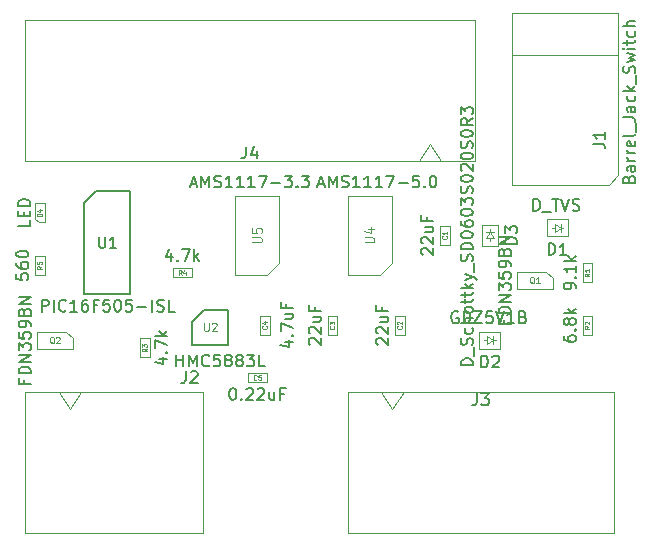
<source format=gbr>
G04 #@! TF.GenerationSoftware,KiCad,Pcbnew,(5.0.2)-1*
G04 #@! TF.CreationDate,2019-04-27T09:30:47+05:30*
G04 #@! TF.ProjectId,parking_sense_1,7061726b-696e-4675-9f73-656e73655f31,rev?*
G04 #@! TF.SameCoordinates,Original*
G04 #@! TF.FileFunction,Other,Fab,Top*
%FSLAX46Y46*%
G04 Gerber Fmt 4.6, Leading zero omitted, Abs format (unit mm)*
G04 Created by KiCad (PCBNEW (5.0.2)-1) date 04/27/19 09:30:47*
%MOMM*%
%LPD*%
G01*
G04 APERTURE LIST*
%ADD10C,0.100000*%
%ADD11C,0.150000*%
%ADD12C,0.075000*%
%ADD13C,0.060000*%
%ADD14C,0.105000*%
%ADD15C,0.135000*%
%ADD16C,0.120000*%
G04 APERTURE END LIST*
D10*
G04 #@! TO.C,D1*
X81545000Y-47690000D02*
X79745000Y-47690000D01*
X79745000Y-47690000D02*
X79745000Y-46290000D01*
X79745000Y-46290000D02*
X81545000Y-46290000D01*
X81545000Y-46290000D02*
X81545000Y-47690000D01*
X80945000Y-47340000D02*
X80945000Y-46640000D01*
X80945000Y-46990000D02*
X81145000Y-46990000D01*
X80945000Y-46990000D02*
X80445000Y-47340000D01*
X80445000Y-47340000D02*
X80445000Y-46640000D01*
X80445000Y-46640000D02*
X80945000Y-46990000D01*
X80445000Y-46990000D02*
X80195000Y-46990000D01*
G04 #@! TO.C,D3*
X75630000Y-46725000D02*
X75630000Y-48525000D01*
X75630000Y-48525000D02*
X74230000Y-48525000D01*
X74230000Y-48525000D02*
X74230000Y-46725000D01*
X74230000Y-46725000D02*
X75630000Y-46725000D01*
X75280000Y-47325000D02*
X74580000Y-47325000D01*
X74930000Y-47325000D02*
X74930000Y-47125000D01*
X74930000Y-47325000D02*
X75280000Y-47825000D01*
X75280000Y-47825000D02*
X74580000Y-47825000D01*
X74580000Y-47825000D02*
X74930000Y-47325000D01*
X74930000Y-47825000D02*
X74930000Y-48075000D01*
G04 #@! TO.C,J3*
X66675000Y-62365000D02*
X65725000Y-60865000D01*
X67625000Y-60865000D02*
X66675000Y-62365000D01*
X85425000Y-60865000D02*
X62925000Y-60865000D01*
X85425000Y-72865000D02*
X85425000Y-60865000D01*
X62925000Y-72865000D02*
X85425000Y-72865000D01*
X62925000Y-60865000D02*
X62925000Y-72865000D01*
G04 #@! TO.C,D2*
X74730000Y-56515000D02*
X74480000Y-56515000D01*
X74730000Y-56165000D02*
X75230000Y-56515000D01*
X74730000Y-56865000D02*
X74730000Y-56165000D01*
X75230000Y-56515000D02*
X74730000Y-56865000D01*
X75230000Y-56515000D02*
X75430000Y-56515000D01*
X75230000Y-56865000D02*
X75230000Y-56165000D01*
X75830000Y-55815000D02*
X75830000Y-57215000D01*
X74030000Y-55815000D02*
X75830000Y-55815000D01*
X74030000Y-57215000D02*
X74030000Y-55815000D01*
X75830000Y-57215000D02*
X74030000Y-57215000D01*
G04 #@! TO.C,Q2*
X36580000Y-55815000D02*
X36580000Y-57215000D01*
X39620000Y-57215000D02*
X36580000Y-57215000D01*
X39050000Y-55815000D02*
X39620000Y-56365000D01*
X39620000Y-56365000D02*
X39620000Y-57215000D01*
X39050000Y-55815000D02*
X36600000Y-55815000D01*
G04 #@! TO.C,Q1*
X79690000Y-50735000D02*
X77240000Y-50735000D01*
X80260000Y-51285000D02*
X80260000Y-52135000D01*
X79690000Y-50735000D02*
X80260000Y-51285000D01*
X80260000Y-52135000D02*
X77220000Y-52135000D01*
X77220000Y-50735000D02*
X77220000Y-52135000D01*
G04 #@! TO.C,C1*
X70720000Y-46825000D02*
X71520000Y-46825000D01*
X71520000Y-46825000D02*
X71520000Y-48425000D01*
X71520000Y-48425000D02*
X70720000Y-48425000D01*
X70720000Y-48425000D02*
X70720000Y-46825000D01*
G04 #@! TO.C,C2*
X66910000Y-56045000D02*
X66910000Y-54445000D01*
X67710000Y-56045000D02*
X66910000Y-56045000D01*
X67710000Y-54445000D02*
X67710000Y-56045000D01*
X66910000Y-54445000D02*
X67710000Y-54445000D01*
G04 #@! TO.C,C3*
X61195000Y-54445000D02*
X61995000Y-54445000D01*
X61995000Y-54445000D02*
X61995000Y-56045000D01*
X61995000Y-56045000D02*
X61195000Y-56045000D01*
X61195000Y-56045000D02*
X61195000Y-54445000D01*
G04 #@! TO.C,C4*
X56280000Y-54445000D02*
X56280000Y-56045000D01*
X55480000Y-54445000D02*
X56280000Y-54445000D01*
X55480000Y-56045000D02*
X55480000Y-54445000D01*
X56280000Y-56045000D02*
X55480000Y-56045000D01*
G04 #@! TO.C,C5*
X54445000Y-60090000D02*
X54445000Y-59290000D01*
X54445000Y-59290000D02*
X56045000Y-59290000D01*
X56045000Y-59290000D02*
X56045000Y-60090000D01*
X56045000Y-60090000D02*
X54445000Y-60090000D01*
G04 #@! TO.C,J1*
X85785425Y-42541787D02*
X85030000Y-43345000D01*
X85780000Y-32345000D02*
X76780000Y-32345000D01*
X85780000Y-28845000D02*
X76780000Y-28845000D01*
X76780000Y-28845000D02*
X76780000Y-43345000D01*
X76780000Y-43345000D02*
X85030000Y-43345000D01*
X85780000Y-42545000D02*
X85780000Y-28845000D01*
G04 #@! TO.C,J2*
X35620000Y-60865000D02*
X35620000Y-72865000D01*
X35620000Y-72865000D02*
X50620000Y-72865000D01*
X50620000Y-72865000D02*
X50620000Y-60865000D01*
X50620000Y-60865000D02*
X35620000Y-60865000D01*
X40320000Y-60865000D02*
X39370000Y-62365000D01*
X39370000Y-62365000D02*
X38420000Y-60865000D01*
G04 #@! TO.C,J4*
X73660000Y-41370000D02*
X73660000Y-29370000D01*
X73660000Y-29370000D02*
X35560000Y-29370000D01*
X35560000Y-29370000D02*
X35560000Y-41370000D01*
X35560000Y-41370000D02*
X73660000Y-41370000D01*
X68900000Y-41370000D02*
X69850000Y-39870000D01*
X69850000Y-39870000D02*
X70800000Y-41370000D01*
G04 #@! TO.C,D4*
X36430000Y-44920000D02*
X36430000Y-46220000D01*
X36430000Y-46220000D02*
X36730000Y-46520000D01*
X36730000Y-46520000D02*
X37230000Y-46520000D01*
X37230000Y-46520000D02*
X37230000Y-44920000D01*
X37230000Y-44920000D02*
X36430000Y-44920000D01*
D11*
G04 #@! TO.C,U2*
X50750000Y-53930000D02*
X52750000Y-53930000D01*
X52750000Y-53930000D02*
X52750000Y-56930000D01*
X52750000Y-56930000D02*
X49750000Y-56930000D01*
X49750000Y-56930000D02*
X49750000Y-54930000D01*
X49750000Y-54930000D02*
X50750000Y-53930000D01*
G04 #@! TO.C,U1*
X41595000Y-43910000D02*
X44495000Y-43910000D01*
X44495000Y-43910000D02*
X44495000Y-52610000D01*
X44495000Y-52610000D02*
X40595000Y-52610000D01*
X40595000Y-52610000D02*
X40595000Y-44910000D01*
X40595000Y-44910000D02*
X41595000Y-43910000D01*
D10*
G04 #@! TO.C,U4*
X62920000Y-50975000D02*
X62920000Y-44275000D01*
X66620000Y-44275000D02*
X62920000Y-44275000D01*
X65620000Y-50975000D02*
X62920000Y-50975000D01*
X66620000Y-49975000D02*
X66620000Y-44275000D01*
X66620000Y-49975000D02*
X65620000Y-50975000D01*
G04 #@! TO.C,U5*
X57095000Y-49975000D02*
X56095000Y-50975000D01*
X57095000Y-49975000D02*
X57095000Y-44275000D01*
X56095000Y-50975000D02*
X53395000Y-50975000D01*
X57095000Y-44275000D02*
X53395000Y-44275000D01*
X53395000Y-50975000D02*
X53395000Y-44275000D01*
G04 #@! TO.C,R1*
X82785000Y-50000000D02*
X83585000Y-50000000D01*
X83585000Y-50000000D02*
X83585000Y-51600000D01*
X83585000Y-51600000D02*
X82785000Y-51600000D01*
X82785000Y-51600000D02*
X82785000Y-50000000D01*
G04 #@! TO.C,R2*
X82785000Y-56045000D02*
X82785000Y-54445000D01*
X83585000Y-56045000D02*
X82785000Y-56045000D01*
X83585000Y-54445000D02*
X83585000Y-56045000D01*
X82785000Y-54445000D02*
X83585000Y-54445000D01*
G04 #@! TO.C,R3*
X46120000Y-57950000D02*
X45320000Y-57950000D01*
X45320000Y-57950000D02*
X45320000Y-56350000D01*
X45320000Y-56350000D02*
X46120000Y-56350000D01*
X46120000Y-56350000D02*
X46120000Y-57950000D01*
G04 #@! TO.C,R4*
X48095000Y-50400000D02*
X49695000Y-50400000D01*
X48095000Y-51200000D02*
X48095000Y-50400000D01*
X49695000Y-51200000D02*
X48095000Y-51200000D01*
X49695000Y-50400000D02*
X49695000Y-51200000D01*
G04 #@! TO.C,R5*
X36430000Y-49365000D02*
X37230000Y-49365000D01*
X37230000Y-49365000D02*
X37230000Y-50965000D01*
X37230000Y-50965000D02*
X36430000Y-50965000D01*
X36430000Y-50965000D02*
X36430000Y-49365000D01*
G04 #@! TD*
G04 #@! TO.C,D1*
D11*
X78616428Y-45542380D02*
X78616428Y-44542380D01*
X78854523Y-44542380D01*
X78997380Y-44590000D01*
X79092619Y-44685238D01*
X79140238Y-44780476D01*
X79187857Y-44970952D01*
X79187857Y-45113809D01*
X79140238Y-45304285D01*
X79092619Y-45399523D01*
X78997380Y-45494761D01*
X78854523Y-45542380D01*
X78616428Y-45542380D01*
X79378333Y-45637619D02*
X80140238Y-45637619D01*
X80235476Y-44542380D02*
X80806904Y-44542380D01*
X80521190Y-45542380D02*
X80521190Y-44542380D01*
X80997380Y-44542380D02*
X81330714Y-45542380D01*
X81664047Y-44542380D01*
X81949761Y-45494761D02*
X82092619Y-45542380D01*
X82330714Y-45542380D01*
X82425952Y-45494761D01*
X82473571Y-45447142D01*
X82521190Y-45351904D01*
X82521190Y-45256666D01*
X82473571Y-45161428D01*
X82425952Y-45113809D01*
X82330714Y-45066190D01*
X82140238Y-45018571D01*
X82045000Y-44970952D01*
X81997380Y-44923333D01*
X81949761Y-44828095D01*
X81949761Y-44732857D01*
X81997380Y-44637619D01*
X82045000Y-44590000D01*
X82140238Y-44542380D01*
X82378333Y-44542380D01*
X82521190Y-44590000D01*
X79906904Y-49292380D02*
X79906904Y-48292380D01*
X80145000Y-48292380D01*
X80287857Y-48340000D01*
X80383095Y-48435238D01*
X80430714Y-48530476D01*
X80478333Y-48720952D01*
X80478333Y-48863809D01*
X80430714Y-49054285D01*
X80383095Y-49149523D01*
X80287857Y-49244761D01*
X80145000Y-49292380D01*
X79906904Y-49292380D01*
X81430714Y-49292380D02*
X80859285Y-49292380D01*
X81145000Y-49292380D02*
X81145000Y-48292380D01*
X81049761Y-48435238D01*
X80954523Y-48530476D01*
X80859285Y-48578095D01*
G04 #@! TO.C,D3*
X73482380Y-58629761D02*
X72482380Y-58629761D01*
X72482380Y-58391666D01*
X72530000Y-58248809D01*
X72625238Y-58153571D01*
X72720476Y-58105952D01*
X72910952Y-58058333D01*
X73053809Y-58058333D01*
X73244285Y-58105952D01*
X73339523Y-58153571D01*
X73434761Y-58248809D01*
X73482380Y-58391666D01*
X73482380Y-58629761D01*
X73577619Y-57867857D02*
X73577619Y-57105952D01*
X73434761Y-56915476D02*
X73482380Y-56772619D01*
X73482380Y-56534523D01*
X73434761Y-56439285D01*
X73387142Y-56391666D01*
X73291904Y-56344047D01*
X73196666Y-56344047D01*
X73101428Y-56391666D01*
X73053809Y-56439285D01*
X73006190Y-56534523D01*
X72958571Y-56725000D01*
X72910952Y-56820238D01*
X72863333Y-56867857D01*
X72768095Y-56915476D01*
X72672857Y-56915476D01*
X72577619Y-56867857D01*
X72530000Y-56820238D01*
X72482380Y-56725000D01*
X72482380Y-56486904D01*
X72530000Y-56344047D01*
X73434761Y-55486904D02*
X73482380Y-55582142D01*
X73482380Y-55772619D01*
X73434761Y-55867857D01*
X73387142Y-55915476D01*
X73291904Y-55963095D01*
X73006190Y-55963095D01*
X72910952Y-55915476D01*
X72863333Y-55867857D01*
X72815714Y-55772619D01*
X72815714Y-55582142D01*
X72863333Y-55486904D01*
X73482380Y-55058333D02*
X72482380Y-55058333D01*
X73482380Y-54629761D02*
X72958571Y-54629761D01*
X72863333Y-54677380D01*
X72815714Y-54772619D01*
X72815714Y-54915476D01*
X72863333Y-55010714D01*
X72910952Y-55058333D01*
X73482380Y-54010714D02*
X73434761Y-54105952D01*
X73387142Y-54153571D01*
X73291904Y-54201190D01*
X73006190Y-54201190D01*
X72910952Y-54153571D01*
X72863333Y-54105952D01*
X72815714Y-54010714D01*
X72815714Y-53867857D01*
X72863333Y-53772619D01*
X72910952Y-53725000D01*
X73006190Y-53677380D01*
X73291904Y-53677380D01*
X73387142Y-53725000D01*
X73434761Y-53772619D01*
X73482380Y-53867857D01*
X73482380Y-54010714D01*
X72815714Y-53391666D02*
X72815714Y-53010714D01*
X72482380Y-53248809D02*
X73339523Y-53248809D01*
X73434761Y-53201190D01*
X73482380Y-53105952D01*
X73482380Y-53010714D01*
X72815714Y-52820238D02*
X72815714Y-52439285D01*
X72482380Y-52677380D02*
X73339523Y-52677380D01*
X73434761Y-52629761D01*
X73482380Y-52534523D01*
X73482380Y-52439285D01*
X73482380Y-52105952D02*
X72482380Y-52105952D01*
X73101428Y-52010714D02*
X73482380Y-51725000D01*
X72815714Y-51725000D02*
X73196666Y-52105952D01*
X72815714Y-51391666D02*
X73482380Y-51153571D01*
X72815714Y-50915476D02*
X73482380Y-51153571D01*
X73720476Y-51248809D01*
X73768095Y-51296428D01*
X73815714Y-51391666D01*
X73577619Y-50772619D02*
X73577619Y-50010714D01*
X73434761Y-49820238D02*
X73482380Y-49677380D01*
X73482380Y-49439285D01*
X73434761Y-49344047D01*
X73387142Y-49296428D01*
X73291904Y-49248809D01*
X73196666Y-49248809D01*
X73101428Y-49296428D01*
X73053809Y-49344047D01*
X73006190Y-49439285D01*
X72958571Y-49629761D01*
X72910952Y-49725000D01*
X72863333Y-49772619D01*
X72768095Y-49820238D01*
X72672857Y-49820238D01*
X72577619Y-49772619D01*
X72530000Y-49725000D01*
X72482380Y-49629761D01*
X72482380Y-49391666D01*
X72530000Y-49248809D01*
X73482380Y-48820238D02*
X72482380Y-48820238D01*
X72482380Y-48582142D01*
X72530000Y-48439285D01*
X72625238Y-48344047D01*
X72720476Y-48296428D01*
X72910952Y-48248809D01*
X73053809Y-48248809D01*
X73244285Y-48296428D01*
X73339523Y-48344047D01*
X73434761Y-48439285D01*
X73482380Y-48582142D01*
X73482380Y-48820238D01*
X72482380Y-47629761D02*
X72482380Y-47534523D01*
X72530000Y-47439285D01*
X72577619Y-47391666D01*
X72672857Y-47344047D01*
X72863333Y-47296428D01*
X73101428Y-47296428D01*
X73291904Y-47344047D01*
X73387142Y-47391666D01*
X73434761Y-47439285D01*
X73482380Y-47534523D01*
X73482380Y-47629761D01*
X73434761Y-47725000D01*
X73387142Y-47772619D01*
X73291904Y-47820238D01*
X73101428Y-47867857D01*
X72863333Y-47867857D01*
X72672857Y-47820238D01*
X72577619Y-47772619D01*
X72530000Y-47725000D01*
X72482380Y-47629761D01*
X72482380Y-46439285D02*
X72482380Y-46629761D01*
X72530000Y-46725000D01*
X72577619Y-46772619D01*
X72720476Y-46867857D01*
X72910952Y-46915476D01*
X73291904Y-46915476D01*
X73387142Y-46867857D01*
X73434761Y-46820238D01*
X73482380Y-46725000D01*
X73482380Y-46534523D01*
X73434761Y-46439285D01*
X73387142Y-46391666D01*
X73291904Y-46344047D01*
X73053809Y-46344047D01*
X72958571Y-46391666D01*
X72910952Y-46439285D01*
X72863333Y-46534523D01*
X72863333Y-46725000D01*
X72910952Y-46820238D01*
X72958571Y-46867857D01*
X73053809Y-46915476D01*
X72482380Y-45725000D02*
X72482380Y-45629761D01*
X72530000Y-45534523D01*
X72577619Y-45486904D01*
X72672857Y-45439285D01*
X72863333Y-45391666D01*
X73101428Y-45391666D01*
X73291904Y-45439285D01*
X73387142Y-45486904D01*
X73434761Y-45534523D01*
X73482380Y-45629761D01*
X73482380Y-45725000D01*
X73434761Y-45820238D01*
X73387142Y-45867857D01*
X73291904Y-45915476D01*
X73101428Y-45963095D01*
X72863333Y-45963095D01*
X72672857Y-45915476D01*
X72577619Y-45867857D01*
X72530000Y-45820238D01*
X72482380Y-45725000D01*
X72482380Y-45058333D02*
X72482380Y-44439285D01*
X72863333Y-44772619D01*
X72863333Y-44629761D01*
X72910952Y-44534523D01*
X72958571Y-44486904D01*
X73053809Y-44439285D01*
X73291904Y-44439285D01*
X73387142Y-44486904D01*
X73434761Y-44534523D01*
X73482380Y-44629761D01*
X73482380Y-44915476D01*
X73434761Y-45010714D01*
X73387142Y-45058333D01*
X73434761Y-44058333D02*
X73482380Y-43915476D01*
X73482380Y-43677380D01*
X73434761Y-43582142D01*
X73387142Y-43534523D01*
X73291904Y-43486904D01*
X73196666Y-43486904D01*
X73101428Y-43534523D01*
X73053809Y-43582142D01*
X73006190Y-43677380D01*
X72958571Y-43867857D01*
X72910952Y-43963095D01*
X72863333Y-44010714D01*
X72768095Y-44058333D01*
X72672857Y-44058333D01*
X72577619Y-44010714D01*
X72530000Y-43963095D01*
X72482380Y-43867857D01*
X72482380Y-43629761D01*
X72530000Y-43486904D01*
X72482380Y-42867857D02*
X72482380Y-42772619D01*
X72530000Y-42677380D01*
X72577619Y-42629761D01*
X72672857Y-42582142D01*
X72863333Y-42534523D01*
X73101428Y-42534523D01*
X73291904Y-42582142D01*
X73387142Y-42629761D01*
X73434761Y-42677380D01*
X73482380Y-42772619D01*
X73482380Y-42867857D01*
X73434761Y-42963095D01*
X73387142Y-43010714D01*
X73291904Y-43058333D01*
X73101428Y-43105952D01*
X72863333Y-43105952D01*
X72672857Y-43058333D01*
X72577619Y-43010714D01*
X72530000Y-42963095D01*
X72482380Y-42867857D01*
X72577619Y-42153571D02*
X72530000Y-42105952D01*
X72482380Y-42010714D01*
X72482380Y-41772619D01*
X72530000Y-41677380D01*
X72577619Y-41629761D01*
X72672857Y-41582142D01*
X72768095Y-41582142D01*
X72910952Y-41629761D01*
X73482380Y-42201190D01*
X73482380Y-41582142D01*
X72482380Y-40963095D02*
X72482380Y-40867857D01*
X72530000Y-40772619D01*
X72577619Y-40725000D01*
X72672857Y-40677380D01*
X72863333Y-40629761D01*
X73101428Y-40629761D01*
X73291904Y-40677380D01*
X73387142Y-40725000D01*
X73434761Y-40772619D01*
X73482380Y-40867857D01*
X73482380Y-40963095D01*
X73434761Y-41058333D01*
X73387142Y-41105952D01*
X73291904Y-41153571D01*
X73101428Y-41201190D01*
X72863333Y-41201190D01*
X72672857Y-41153571D01*
X72577619Y-41105952D01*
X72530000Y-41058333D01*
X72482380Y-40963095D01*
X73434761Y-40248809D02*
X73482380Y-40105952D01*
X73482380Y-39867857D01*
X73434761Y-39772619D01*
X73387142Y-39725000D01*
X73291904Y-39677380D01*
X73196666Y-39677380D01*
X73101428Y-39725000D01*
X73053809Y-39772619D01*
X73006190Y-39867857D01*
X72958571Y-40058333D01*
X72910952Y-40153571D01*
X72863333Y-40201190D01*
X72768095Y-40248809D01*
X72672857Y-40248809D01*
X72577619Y-40201190D01*
X72530000Y-40153571D01*
X72482380Y-40058333D01*
X72482380Y-39820238D01*
X72530000Y-39677380D01*
X72482380Y-39058333D02*
X72482380Y-38963095D01*
X72530000Y-38867857D01*
X72577619Y-38820238D01*
X72672857Y-38772619D01*
X72863333Y-38725000D01*
X73101428Y-38725000D01*
X73291904Y-38772619D01*
X73387142Y-38820238D01*
X73434761Y-38867857D01*
X73482380Y-38963095D01*
X73482380Y-39058333D01*
X73434761Y-39153571D01*
X73387142Y-39201190D01*
X73291904Y-39248809D01*
X73101428Y-39296428D01*
X72863333Y-39296428D01*
X72672857Y-39248809D01*
X72577619Y-39201190D01*
X72530000Y-39153571D01*
X72482380Y-39058333D01*
X73482380Y-37725000D02*
X73006190Y-38058333D01*
X73482380Y-38296428D02*
X72482380Y-38296428D01*
X72482380Y-37915476D01*
X72530000Y-37820238D01*
X72577619Y-37772619D01*
X72672857Y-37725000D01*
X72815714Y-37725000D01*
X72910952Y-37772619D01*
X72958571Y-37820238D01*
X73006190Y-37915476D01*
X73006190Y-38296428D01*
X72482380Y-37391666D02*
X72482380Y-36772619D01*
X72863333Y-37105952D01*
X72863333Y-36963095D01*
X72910952Y-36867857D01*
X72958571Y-36820238D01*
X73053809Y-36772619D01*
X73291904Y-36772619D01*
X73387142Y-36820238D01*
X73434761Y-36867857D01*
X73482380Y-36963095D01*
X73482380Y-37248809D01*
X73434761Y-37344047D01*
X73387142Y-37391666D01*
X77232380Y-48363095D02*
X76232380Y-48363095D01*
X76232380Y-48125000D01*
X76280000Y-47982142D01*
X76375238Y-47886904D01*
X76470476Y-47839285D01*
X76660952Y-47791666D01*
X76803809Y-47791666D01*
X76994285Y-47839285D01*
X77089523Y-47886904D01*
X77184761Y-47982142D01*
X77232380Y-48125000D01*
X77232380Y-48363095D01*
X76232380Y-47458333D02*
X76232380Y-46839285D01*
X76613333Y-47172619D01*
X76613333Y-47029761D01*
X76660952Y-46934523D01*
X76708571Y-46886904D01*
X76803809Y-46839285D01*
X77041904Y-46839285D01*
X77137142Y-46886904D01*
X77184761Y-46934523D01*
X77232380Y-47029761D01*
X77232380Y-47315476D01*
X77184761Y-47410714D01*
X77137142Y-47458333D01*
G04 #@! TO.C,J3*
X73841666Y-61017380D02*
X73841666Y-61731666D01*
X73794047Y-61874523D01*
X73698809Y-61969761D01*
X73555952Y-62017380D01*
X73460714Y-62017380D01*
X74222619Y-61017380D02*
X74841666Y-61017380D01*
X74508333Y-61398333D01*
X74651190Y-61398333D01*
X74746428Y-61445952D01*
X74794047Y-61493571D01*
X74841666Y-61588809D01*
X74841666Y-61826904D01*
X74794047Y-61922142D01*
X74746428Y-61969761D01*
X74651190Y-62017380D01*
X74365476Y-62017380D01*
X74270238Y-61969761D01*
X74222619Y-61922142D01*
G04 #@! TO.C,D2*
X72234761Y-54115000D02*
X72139523Y-54067380D01*
X71996666Y-54067380D01*
X71853809Y-54115000D01*
X71758571Y-54210238D01*
X71710952Y-54305476D01*
X71663333Y-54495952D01*
X71663333Y-54638809D01*
X71710952Y-54829285D01*
X71758571Y-54924523D01*
X71853809Y-55019761D01*
X71996666Y-55067380D01*
X72091904Y-55067380D01*
X72234761Y-55019761D01*
X72282380Y-54972142D01*
X72282380Y-54638809D01*
X72091904Y-54638809D01*
X72710952Y-55067380D02*
X72710952Y-54067380D01*
X72949047Y-54067380D01*
X73091904Y-54115000D01*
X73187142Y-54210238D01*
X73234761Y-54305476D01*
X73282380Y-54495952D01*
X73282380Y-54638809D01*
X73234761Y-54829285D01*
X73187142Y-54924523D01*
X73091904Y-55019761D01*
X72949047Y-55067380D01*
X72710952Y-55067380D01*
X73615714Y-54067380D02*
X74282380Y-54067380D01*
X73615714Y-55067380D01*
X74282380Y-55067380D01*
X75139523Y-54067380D02*
X74663333Y-54067380D01*
X74615714Y-54543571D01*
X74663333Y-54495952D01*
X74758571Y-54448333D01*
X74996666Y-54448333D01*
X75091904Y-54495952D01*
X75139523Y-54543571D01*
X75187142Y-54638809D01*
X75187142Y-54876904D01*
X75139523Y-54972142D01*
X75091904Y-55019761D01*
X74996666Y-55067380D01*
X74758571Y-55067380D01*
X74663333Y-55019761D01*
X74615714Y-54972142D01*
X75472857Y-54067380D02*
X75806190Y-55067380D01*
X76139523Y-54067380D01*
X76996666Y-55067380D02*
X76425238Y-55067380D01*
X76710952Y-55067380D02*
X76710952Y-54067380D01*
X76615714Y-54210238D01*
X76520476Y-54305476D01*
X76425238Y-54353095D01*
X77758571Y-54543571D02*
X77901428Y-54591190D01*
X77949047Y-54638809D01*
X77996666Y-54734047D01*
X77996666Y-54876904D01*
X77949047Y-54972142D01*
X77901428Y-55019761D01*
X77806190Y-55067380D01*
X77425238Y-55067380D01*
X77425238Y-54067380D01*
X77758571Y-54067380D01*
X77853809Y-54115000D01*
X77901428Y-54162619D01*
X77949047Y-54257857D01*
X77949047Y-54353095D01*
X77901428Y-54448333D01*
X77853809Y-54495952D01*
X77758571Y-54543571D01*
X77425238Y-54543571D01*
X74191904Y-58817380D02*
X74191904Y-57817380D01*
X74430000Y-57817380D01*
X74572857Y-57865000D01*
X74668095Y-57960238D01*
X74715714Y-58055476D01*
X74763333Y-58245952D01*
X74763333Y-58388809D01*
X74715714Y-58579285D01*
X74668095Y-58674523D01*
X74572857Y-58769761D01*
X74430000Y-58817380D01*
X74191904Y-58817380D01*
X75144285Y-57912619D02*
X75191904Y-57865000D01*
X75287142Y-57817380D01*
X75525238Y-57817380D01*
X75620476Y-57865000D01*
X75668095Y-57912619D01*
X75715714Y-58007857D01*
X75715714Y-58103095D01*
X75668095Y-58245952D01*
X75096666Y-58817380D01*
X75715714Y-58817380D01*
G04 #@! TO.C,Q2*
X35528571Y-59848333D02*
X35528571Y-60181666D01*
X36052380Y-60181666D02*
X35052380Y-60181666D01*
X35052380Y-59705476D01*
X36052380Y-59324523D02*
X35052380Y-59324523D01*
X35052380Y-59086428D01*
X35100000Y-58943571D01*
X35195238Y-58848333D01*
X35290476Y-58800714D01*
X35480952Y-58753095D01*
X35623809Y-58753095D01*
X35814285Y-58800714D01*
X35909523Y-58848333D01*
X36004761Y-58943571D01*
X36052380Y-59086428D01*
X36052380Y-59324523D01*
X36052380Y-58324523D02*
X35052380Y-58324523D01*
X36052380Y-57753095D01*
X35052380Y-57753095D01*
X35052380Y-57372142D02*
X35052380Y-56753095D01*
X35433333Y-57086428D01*
X35433333Y-56943571D01*
X35480952Y-56848333D01*
X35528571Y-56800714D01*
X35623809Y-56753095D01*
X35861904Y-56753095D01*
X35957142Y-56800714D01*
X36004761Y-56848333D01*
X36052380Y-56943571D01*
X36052380Y-57229285D01*
X36004761Y-57324523D01*
X35957142Y-57372142D01*
X35052380Y-55848333D02*
X35052380Y-56324523D01*
X35528571Y-56372142D01*
X35480952Y-56324523D01*
X35433333Y-56229285D01*
X35433333Y-55991190D01*
X35480952Y-55895952D01*
X35528571Y-55848333D01*
X35623809Y-55800714D01*
X35861904Y-55800714D01*
X35957142Y-55848333D01*
X36004761Y-55895952D01*
X36052380Y-55991190D01*
X36052380Y-56229285D01*
X36004761Y-56324523D01*
X35957142Y-56372142D01*
X36052380Y-55324523D02*
X36052380Y-55134047D01*
X36004761Y-55038809D01*
X35957142Y-54991190D01*
X35814285Y-54895952D01*
X35623809Y-54848333D01*
X35242857Y-54848333D01*
X35147619Y-54895952D01*
X35100000Y-54943571D01*
X35052380Y-55038809D01*
X35052380Y-55229285D01*
X35100000Y-55324523D01*
X35147619Y-55372142D01*
X35242857Y-55419761D01*
X35480952Y-55419761D01*
X35576190Y-55372142D01*
X35623809Y-55324523D01*
X35671428Y-55229285D01*
X35671428Y-55038809D01*
X35623809Y-54943571D01*
X35576190Y-54895952D01*
X35480952Y-54848333D01*
X35528571Y-54086428D02*
X35576190Y-53943571D01*
X35623809Y-53895952D01*
X35719047Y-53848333D01*
X35861904Y-53848333D01*
X35957142Y-53895952D01*
X36004761Y-53943571D01*
X36052380Y-54038809D01*
X36052380Y-54419761D01*
X35052380Y-54419761D01*
X35052380Y-54086428D01*
X35100000Y-53991190D01*
X35147619Y-53943571D01*
X35242857Y-53895952D01*
X35338095Y-53895952D01*
X35433333Y-53943571D01*
X35480952Y-53991190D01*
X35528571Y-54086428D01*
X35528571Y-54419761D01*
X36052380Y-53419761D02*
X35052380Y-53419761D01*
X36052380Y-52848333D01*
X35052380Y-52848333D01*
D12*
X38052380Y-56788809D02*
X38004761Y-56765000D01*
X37957142Y-56717380D01*
X37885714Y-56645952D01*
X37838095Y-56622142D01*
X37790476Y-56622142D01*
X37814285Y-56741190D02*
X37766666Y-56717380D01*
X37719047Y-56669761D01*
X37695238Y-56574523D01*
X37695238Y-56407857D01*
X37719047Y-56312619D01*
X37766666Y-56265000D01*
X37814285Y-56241190D01*
X37909523Y-56241190D01*
X37957142Y-56265000D01*
X38004761Y-56312619D01*
X38028571Y-56407857D01*
X38028571Y-56574523D01*
X38004761Y-56669761D01*
X37957142Y-56717380D01*
X37909523Y-56741190D01*
X37814285Y-56741190D01*
X38219047Y-56288809D02*
X38242857Y-56265000D01*
X38290476Y-56241190D01*
X38409523Y-56241190D01*
X38457142Y-56265000D01*
X38480952Y-56288809D01*
X38504761Y-56336428D01*
X38504761Y-56384047D01*
X38480952Y-56455476D01*
X38195238Y-56741190D01*
X38504761Y-56741190D01*
G04 #@! TO.C,Q1*
D11*
X76168571Y-54768333D02*
X76168571Y-55101666D01*
X76692380Y-55101666D02*
X75692380Y-55101666D01*
X75692380Y-54625476D01*
X76692380Y-54244523D02*
X75692380Y-54244523D01*
X75692380Y-54006428D01*
X75740000Y-53863571D01*
X75835238Y-53768333D01*
X75930476Y-53720714D01*
X76120952Y-53673095D01*
X76263809Y-53673095D01*
X76454285Y-53720714D01*
X76549523Y-53768333D01*
X76644761Y-53863571D01*
X76692380Y-54006428D01*
X76692380Y-54244523D01*
X76692380Y-53244523D02*
X75692380Y-53244523D01*
X76692380Y-52673095D01*
X75692380Y-52673095D01*
X75692380Y-52292142D02*
X75692380Y-51673095D01*
X76073333Y-52006428D01*
X76073333Y-51863571D01*
X76120952Y-51768333D01*
X76168571Y-51720714D01*
X76263809Y-51673095D01*
X76501904Y-51673095D01*
X76597142Y-51720714D01*
X76644761Y-51768333D01*
X76692380Y-51863571D01*
X76692380Y-52149285D01*
X76644761Y-52244523D01*
X76597142Y-52292142D01*
X75692380Y-50768333D02*
X75692380Y-51244523D01*
X76168571Y-51292142D01*
X76120952Y-51244523D01*
X76073333Y-51149285D01*
X76073333Y-50911190D01*
X76120952Y-50815952D01*
X76168571Y-50768333D01*
X76263809Y-50720714D01*
X76501904Y-50720714D01*
X76597142Y-50768333D01*
X76644761Y-50815952D01*
X76692380Y-50911190D01*
X76692380Y-51149285D01*
X76644761Y-51244523D01*
X76597142Y-51292142D01*
X76692380Y-50244523D02*
X76692380Y-50054047D01*
X76644761Y-49958809D01*
X76597142Y-49911190D01*
X76454285Y-49815952D01*
X76263809Y-49768333D01*
X75882857Y-49768333D01*
X75787619Y-49815952D01*
X75740000Y-49863571D01*
X75692380Y-49958809D01*
X75692380Y-50149285D01*
X75740000Y-50244523D01*
X75787619Y-50292142D01*
X75882857Y-50339761D01*
X76120952Y-50339761D01*
X76216190Y-50292142D01*
X76263809Y-50244523D01*
X76311428Y-50149285D01*
X76311428Y-49958809D01*
X76263809Y-49863571D01*
X76216190Y-49815952D01*
X76120952Y-49768333D01*
X76168571Y-49006428D02*
X76216190Y-48863571D01*
X76263809Y-48815952D01*
X76359047Y-48768333D01*
X76501904Y-48768333D01*
X76597142Y-48815952D01*
X76644761Y-48863571D01*
X76692380Y-48958809D01*
X76692380Y-49339761D01*
X75692380Y-49339761D01*
X75692380Y-49006428D01*
X75740000Y-48911190D01*
X75787619Y-48863571D01*
X75882857Y-48815952D01*
X75978095Y-48815952D01*
X76073333Y-48863571D01*
X76120952Y-48911190D01*
X76168571Y-49006428D01*
X76168571Y-49339761D01*
X76692380Y-48339761D02*
X75692380Y-48339761D01*
X76692380Y-47768333D01*
X75692380Y-47768333D01*
D12*
X78692380Y-51708809D02*
X78644761Y-51685000D01*
X78597142Y-51637380D01*
X78525714Y-51565952D01*
X78478095Y-51542142D01*
X78430476Y-51542142D01*
X78454285Y-51661190D02*
X78406666Y-51637380D01*
X78359047Y-51589761D01*
X78335238Y-51494523D01*
X78335238Y-51327857D01*
X78359047Y-51232619D01*
X78406666Y-51185000D01*
X78454285Y-51161190D01*
X78549523Y-51161190D01*
X78597142Y-51185000D01*
X78644761Y-51232619D01*
X78668571Y-51327857D01*
X78668571Y-51494523D01*
X78644761Y-51589761D01*
X78597142Y-51637380D01*
X78549523Y-51661190D01*
X78454285Y-51661190D01*
X79144761Y-51661190D02*
X78859047Y-51661190D01*
X79001904Y-51661190D02*
X79001904Y-51161190D01*
X78954285Y-51232619D01*
X78906666Y-51280238D01*
X78859047Y-51304047D01*
G04 #@! TO.C,C1*
D11*
X69237619Y-49267857D02*
X69190000Y-49220238D01*
X69142380Y-49125000D01*
X69142380Y-48886904D01*
X69190000Y-48791666D01*
X69237619Y-48744047D01*
X69332857Y-48696428D01*
X69428095Y-48696428D01*
X69570952Y-48744047D01*
X70142380Y-49315476D01*
X70142380Y-48696428D01*
X69237619Y-48315476D02*
X69190000Y-48267857D01*
X69142380Y-48172619D01*
X69142380Y-47934523D01*
X69190000Y-47839285D01*
X69237619Y-47791666D01*
X69332857Y-47744047D01*
X69428095Y-47744047D01*
X69570952Y-47791666D01*
X70142380Y-48363095D01*
X70142380Y-47744047D01*
X69475714Y-46886904D02*
X70142380Y-46886904D01*
X69475714Y-47315476D02*
X69999523Y-47315476D01*
X70094761Y-47267857D01*
X70142380Y-47172619D01*
X70142380Y-47029761D01*
X70094761Y-46934523D01*
X70047142Y-46886904D01*
X69618571Y-46077380D02*
X69618571Y-46410714D01*
X70142380Y-46410714D02*
X69142380Y-46410714D01*
X69142380Y-45934523D01*
D13*
X71262857Y-47691666D02*
X71281904Y-47710714D01*
X71300952Y-47767857D01*
X71300952Y-47805952D01*
X71281904Y-47863095D01*
X71243809Y-47901190D01*
X71205714Y-47920238D01*
X71129523Y-47939285D01*
X71072380Y-47939285D01*
X70996190Y-47920238D01*
X70958095Y-47901190D01*
X70920000Y-47863095D01*
X70900952Y-47805952D01*
X70900952Y-47767857D01*
X70920000Y-47710714D01*
X70939047Y-47691666D01*
X71300952Y-47310714D02*
X71300952Y-47539285D01*
X71300952Y-47425000D02*
X70900952Y-47425000D01*
X70958095Y-47463095D01*
X70996190Y-47501190D01*
X71015238Y-47539285D01*
G04 #@! TO.C,C2*
D11*
X65427619Y-56887857D02*
X65380000Y-56840238D01*
X65332380Y-56745000D01*
X65332380Y-56506904D01*
X65380000Y-56411666D01*
X65427619Y-56364047D01*
X65522857Y-56316428D01*
X65618095Y-56316428D01*
X65760952Y-56364047D01*
X66332380Y-56935476D01*
X66332380Y-56316428D01*
X65427619Y-55935476D02*
X65380000Y-55887857D01*
X65332380Y-55792619D01*
X65332380Y-55554523D01*
X65380000Y-55459285D01*
X65427619Y-55411666D01*
X65522857Y-55364047D01*
X65618095Y-55364047D01*
X65760952Y-55411666D01*
X66332380Y-55983095D01*
X66332380Y-55364047D01*
X65665714Y-54506904D02*
X66332380Y-54506904D01*
X65665714Y-54935476D02*
X66189523Y-54935476D01*
X66284761Y-54887857D01*
X66332380Y-54792619D01*
X66332380Y-54649761D01*
X66284761Y-54554523D01*
X66237142Y-54506904D01*
X65808571Y-53697380D02*
X65808571Y-54030714D01*
X66332380Y-54030714D02*
X65332380Y-54030714D01*
X65332380Y-53554523D01*
D13*
X67452857Y-55311666D02*
X67471904Y-55330714D01*
X67490952Y-55387857D01*
X67490952Y-55425952D01*
X67471904Y-55483095D01*
X67433809Y-55521190D01*
X67395714Y-55540238D01*
X67319523Y-55559285D01*
X67262380Y-55559285D01*
X67186190Y-55540238D01*
X67148095Y-55521190D01*
X67110000Y-55483095D01*
X67090952Y-55425952D01*
X67090952Y-55387857D01*
X67110000Y-55330714D01*
X67129047Y-55311666D01*
X67129047Y-55159285D02*
X67110000Y-55140238D01*
X67090952Y-55102142D01*
X67090952Y-55006904D01*
X67110000Y-54968809D01*
X67129047Y-54949761D01*
X67167142Y-54930714D01*
X67205238Y-54930714D01*
X67262380Y-54949761D01*
X67490952Y-55178333D01*
X67490952Y-54930714D01*
G04 #@! TO.C,C3*
D11*
X59712619Y-56887857D02*
X59665000Y-56840238D01*
X59617380Y-56745000D01*
X59617380Y-56506904D01*
X59665000Y-56411666D01*
X59712619Y-56364047D01*
X59807857Y-56316428D01*
X59903095Y-56316428D01*
X60045952Y-56364047D01*
X60617380Y-56935476D01*
X60617380Y-56316428D01*
X59712619Y-55935476D02*
X59665000Y-55887857D01*
X59617380Y-55792619D01*
X59617380Y-55554523D01*
X59665000Y-55459285D01*
X59712619Y-55411666D01*
X59807857Y-55364047D01*
X59903095Y-55364047D01*
X60045952Y-55411666D01*
X60617380Y-55983095D01*
X60617380Y-55364047D01*
X59950714Y-54506904D02*
X60617380Y-54506904D01*
X59950714Y-54935476D02*
X60474523Y-54935476D01*
X60569761Y-54887857D01*
X60617380Y-54792619D01*
X60617380Y-54649761D01*
X60569761Y-54554523D01*
X60522142Y-54506904D01*
X60093571Y-53697380D02*
X60093571Y-54030714D01*
X60617380Y-54030714D02*
X59617380Y-54030714D01*
X59617380Y-53554523D01*
D13*
X61737857Y-55311666D02*
X61756904Y-55330714D01*
X61775952Y-55387857D01*
X61775952Y-55425952D01*
X61756904Y-55483095D01*
X61718809Y-55521190D01*
X61680714Y-55540238D01*
X61604523Y-55559285D01*
X61547380Y-55559285D01*
X61471190Y-55540238D01*
X61433095Y-55521190D01*
X61395000Y-55483095D01*
X61375952Y-55425952D01*
X61375952Y-55387857D01*
X61395000Y-55330714D01*
X61414047Y-55311666D01*
X61375952Y-55178333D02*
X61375952Y-54930714D01*
X61528333Y-55064047D01*
X61528333Y-55006904D01*
X61547380Y-54968809D01*
X61566428Y-54949761D01*
X61604523Y-54930714D01*
X61699761Y-54930714D01*
X61737857Y-54949761D01*
X61756904Y-54968809D01*
X61775952Y-55006904D01*
X61775952Y-55121190D01*
X61756904Y-55159285D01*
X61737857Y-55178333D01*
G04 #@! TO.C,C4*
D11*
X57570714Y-56649761D02*
X58237380Y-56649761D01*
X57189761Y-56887857D02*
X57904047Y-57125952D01*
X57904047Y-56506904D01*
X58142142Y-56125952D02*
X58189761Y-56078333D01*
X58237380Y-56125952D01*
X58189761Y-56173571D01*
X58142142Y-56125952D01*
X58237380Y-56125952D01*
X57237380Y-55744999D02*
X57237380Y-55078333D01*
X58237380Y-55506904D01*
X57570714Y-54268809D02*
X58237380Y-54268809D01*
X57570714Y-54697380D02*
X58094523Y-54697380D01*
X58189761Y-54649761D01*
X58237380Y-54554523D01*
X58237380Y-54411666D01*
X58189761Y-54316428D01*
X58142142Y-54268809D01*
X57713571Y-53459285D02*
X57713571Y-53792619D01*
X58237380Y-53792619D02*
X57237380Y-53792619D01*
X57237380Y-53316428D01*
D13*
X56022857Y-55311666D02*
X56041904Y-55330714D01*
X56060952Y-55387857D01*
X56060952Y-55425952D01*
X56041904Y-55483095D01*
X56003809Y-55521190D01*
X55965714Y-55540238D01*
X55889523Y-55559285D01*
X55832380Y-55559285D01*
X55756190Y-55540238D01*
X55718095Y-55521190D01*
X55680000Y-55483095D01*
X55660952Y-55425952D01*
X55660952Y-55387857D01*
X55680000Y-55330714D01*
X55699047Y-55311666D01*
X55794285Y-54968809D02*
X56060952Y-54968809D01*
X55641904Y-55064047D02*
X55927619Y-55159285D01*
X55927619Y-54911666D01*
G04 #@! TO.C,C5*
D11*
X53125952Y-60572380D02*
X53221190Y-60572380D01*
X53316428Y-60620000D01*
X53364047Y-60667619D01*
X53411666Y-60762857D01*
X53459285Y-60953333D01*
X53459285Y-61191428D01*
X53411666Y-61381904D01*
X53364047Y-61477142D01*
X53316428Y-61524761D01*
X53221190Y-61572380D01*
X53125952Y-61572380D01*
X53030714Y-61524761D01*
X52983095Y-61477142D01*
X52935476Y-61381904D01*
X52887857Y-61191428D01*
X52887857Y-60953333D01*
X52935476Y-60762857D01*
X52983095Y-60667619D01*
X53030714Y-60620000D01*
X53125952Y-60572380D01*
X53887857Y-61477142D02*
X53935476Y-61524761D01*
X53887857Y-61572380D01*
X53840238Y-61524761D01*
X53887857Y-61477142D01*
X53887857Y-61572380D01*
X54316428Y-60667619D02*
X54364047Y-60620000D01*
X54459285Y-60572380D01*
X54697380Y-60572380D01*
X54792619Y-60620000D01*
X54840238Y-60667619D01*
X54887857Y-60762857D01*
X54887857Y-60858095D01*
X54840238Y-61000952D01*
X54268809Y-61572380D01*
X54887857Y-61572380D01*
X55268809Y-60667619D02*
X55316428Y-60620000D01*
X55411666Y-60572380D01*
X55649761Y-60572380D01*
X55745000Y-60620000D01*
X55792619Y-60667619D01*
X55840238Y-60762857D01*
X55840238Y-60858095D01*
X55792619Y-61000952D01*
X55221190Y-61572380D01*
X55840238Y-61572380D01*
X56697380Y-60905714D02*
X56697380Y-61572380D01*
X56268809Y-60905714D02*
X56268809Y-61429523D01*
X56316428Y-61524761D01*
X56411666Y-61572380D01*
X56554523Y-61572380D01*
X56649761Y-61524761D01*
X56697380Y-61477142D01*
X57506904Y-61048571D02*
X57173571Y-61048571D01*
X57173571Y-61572380D02*
X57173571Y-60572380D01*
X57649761Y-60572380D01*
D13*
X55178333Y-59832857D02*
X55159285Y-59851904D01*
X55102142Y-59870952D01*
X55064047Y-59870952D01*
X55006904Y-59851904D01*
X54968809Y-59813809D01*
X54949761Y-59775714D01*
X54930714Y-59699523D01*
X54930714Y-59642380D01*
X54949761Y-59566190D01*
X54968809Y-59528095D01*
X55006904Y-59490000D01*
X55064047Y-59470952D01*
X55102142Y-59470952D01*
X55159285Y-59490000D01*
X55178333Y-59509047D01*
X55540238Y-59470952D02*
X55349761Y-59470952D01*
X55330714Y-59661428D01*
X55349761Y-59642380D01*
X55387857Y-59623333D01*
X55483095Y-59623333D01*
X55521190Y-59642380D01*
X55540238Y-59661428D01*
X55559285Y-59699523D01*
X55559285Y-59794761D01*
X55540238Y-59832857D01*
X55521190Y-59851904D01*
X55483095Y-59870952D01*
X55387857Y-59870952D01*
X55349761Y-59851904D01*
X55330714Y-59832857D01*
G04 #@! TO.C,J1*
D11*
X86708571Y-42868809D02*
X86756190Y-42725952D01*
X86803809Y-42678333D01*
X86899047Y-42630714D01*
X87041904Y-42630714D01*
X87137142Y-42678333D01*
X87184761Y-42725952D01*
X87232380Y-42821190D01*
X87232380Y-43202142D01*
X86232380Y-43202142D01*
X86232380Y-42868809D01*
X86280000Y-42773571D01*
X86327619Y-42725952D01*
X86422857Y-42678333D01*
X86518095Y-42678333D01*
X86613333Y-42725952D01*
X86660952Y-42773571D01*
X86708571Y-42868809D01*
X86708571Y-43202142D01*
X87232380Y-41773571D02*
X86708571Y-41773571D01*
X86613333Y-41821190D01*
X86565714Y-41916428D01*
X86565714Y-42106904D01*
X86613333Y-42202142D01*
X87184761Y-41773571D02*
X87232380Y-41868809D01*
X87232380Y-42106904D01*
X87184761Y-42202142D01*
X87089523Y-42249761D01*
X86994285Y-42249761D01*
X86899047Y-42202142D01*
X86851428Y-42106904D01*
X86851428Y-41868809D01*
X86803809Y-41773571D01*
X87232380Y-41297380D02*
X86565714Y-41297380D01*
X86756190Y-41297380D02*
X86660952Y-41249761D01*
X86613333Y-41202142D01*
X86565714Y-41106904D01*
X86565714Y-41011666D01*
X87232380Y-40678333D02*
X86565714Y-40678333D01*
X86756190Y-40678333D02*
X86660952Y-40630714D01*
X86613333Y-40583095D01*
X86565714Y-40487857D01*
X86565714Y-40392619D01*
X87184761Y-39678333D02*
X87232380Y-39773571D01*
X87232380Y-39964047D01*
X87184761Y-40059285D01*
X87089523Y-40106904D01*
X86708571Y-40106904D01*
X86613333Y-40059285D01*
X86565714Y-39964047D01*
X86565714Y-39773571D01*
X86613333Y-39678333D01*
X86708571Y-39630714D01*
X86803809Y-39630714D01*
X86899047Y-40106904D01*
X87232380Y-39059285D02*
X87184761Y-39154523D01*
X87089523Y-39202142D01*
X86232380Y-39202142D01*
X87327619Y-38916428D02*
X87327619Y-38154523D01*
X86232380Y-37630714D02*
X86946666Y-37630714D01*
X87089523Y-37678333D01*
X87184761Y-37773571D01*
X87232380Y-37916428D01*
X87232380Y-38011666D01*
X87232380Y-36725952D02*
X86708571Y-36725952D01*
X86613333Y-36773571D01*
X86565714Y-36868809D01*
X86565714Y-37059285D01*
X86613333Y-37154523D01*
X87184761Y-36725952D02*
X87232380Y-36821190D01*
X87232380Y-37059285D01*
X87184761Y-37154523D01*
X87089523Y-37202142D01*
X86994285Y-37202142D01*
X86899047Y-37154523D01*
X86851428Y-37059285D01*
X86851428Y-36821190D01*
X86803809Y-36725952D01*
X87184761Y-35821190D02*
X87232380Y-35916428D01*
X87232380Y-36106904D01*
X87184761Y-36202142D01*
X87137142Y-36249761D01*
X87041904Y-36297380D01*
X86756190Y-36297380D01*
X86660952Y-36249761D01*
X86613333Y-36202142D01*
X86565714Y-36106904D01*
X86565714Y-35916428D01*
X86613333Y-35821190D01*
X87232380Y-35392619D02*
X86232380Y-35392619D01*
X86851428Y-35297380D02*
X87232380Y-35011666D01*
X86565714Y-35011666D02*
X86946666Y-35392619D01*
X87327619Y-34821190D02*
X87327619Y-34059285D01*
X87184761Y-33868809D02*
X87232380Y-33725952D01*
X87232380Y-33487857D01*
X87184761Y-33392619D01*
X87137142Y-33345000D01*
X87041904Y-33297380D01*
X86946666Y-33297380D01*
X86851428Y-33345000D01*
X86803809Y-33392619D01*
X86756190Y-33487857D01*
X86708571Y-33678333D01*
X86660952Y-33773571D01*
X86613333Y-33821190D01*
X86518095Y-33868809D01*
X86422857Y-33868809D01*
X86327619Y-33821190D01*
X86280000Y-33773571D01*
X86232380Y-33678333D01*
X86232380Y-33440238D01*
X86280000Y-33297380D01*
X86565714Y-32964047D02*
X87232380Y-32773571D01*
X86756190Y-32583095D01*
X87232380Y-32392619D01*
X86565714Y-32202142D01*
X87232380Y-31821190D02*
X86565714Y-31821190D01*
X86232380Y-31821190D02*
X86280000Y-31868809D01*
X86327619Y-31821190D01*
X86280000Y-31773571D01*
X86232380Y-31821190D01*
X86327619Y-31821190D01*
X86565714Y-31487857D02*
X86565714Y-31106904D01*
X86232380Y-31345000D02*
X87089523Y-31345000D01*
X87184761Y-31297380D01*
X87232380Y-31202142D01*
X87232380Y-31106904D01*
X87184761Y-30345000D02*
X87232380Y-30440238D01*
X87232380Y-30630714D01*
X87184761Y-30725952D01*
X87137142Y-30773571D01*
X87041904Y-30821190D01*
X86756190Y-30821190D01*
X86660952Y-30773571D01*
X86613333Y-30725952D01*
X86565714Y-30630714D01*
X86565714Y-30440238D01*
X86613333Y-30345000D01*
X87232380Y-29916428D02*
X86232380Y-29916428D01*
X87232380Y-29487857D02*
X86708571Y-29487857D01*
X86613333Y-29535476D01*
X86565714Y-29630714D01*
X86565714Y-29773571D01*
X86613333Y-29868809D01*
X86660952Y-29916428D01*
X83682380Y-39878333D02*
X84396666Y-39878333D01*
X84539523Y-39925952D01*
X84634761Y-40021190D01*
X84682380Y-40164047D01*
X84682380Y-40259285D01*
X84682380Y-38878333D02*
X84682380Y-39449761D01*
X84682380Y-39164047D02*
X83682380Y-39164047D01*
X83825238Y-39259285D01*
X83920476Y-39354523D01*
X83968095Y-39449761D01*
G04 #@! TO.C,J2*
X49196666Y-59142380D02*
X49196666Y-59856666D01*
X49149047Y-59999523D01*
X49053809Y-60094761D01*
X48910952Y-60142380D01*
X48815714Y-60142380D01*
X49625238Y-59237619D02*
X49672857Y-59190000D01*
X49768095Y-59142380D01*
X50006190Y-59142380D01*
X50101428Y-59190000D01*
X50149047Y-59237619D01*
X50196666Y-59332857D01*
X50196666Y-59428095D01*
X50149047Y-59570952D01*
X49577619Y-60142380D01*
X50196666Y-60142380D01*
G04 #@! TO.C,J4*
X54276666Y-40122380D02*
X54276666Y-40836666D01*
X54229047Y-40979523D01*
X54133809Y-41074761D01*
X53990952Y-41122380D01*
X53895714Y-41122380D01*
X55181428Y-40455714D02*
X55181428Y-41122380D01*
X54943333Y-40074761D02*
X54705238Y-40789047D01*
X55324285Y-40789047D01*
G04 #@! TO.C,D4*
X36012380Y-46362857D02*
X36012380Y-46839047D01*
X35012380Y-46839047D01*
X35488571Y-46029523D02*
X35488571Y-45696190D01*
X36012380Y-45553333D02*
X36012380Y-46029523D01*
X35012380Y-46029523D01*
X35012380Y-45553333D01*
X36012380Y-45124761D02*
X35012380Y-45124761D01*
X35012380Y-44886666D01*
X35060000Y-44743809D01*
X35155238Y-44648571D01*
X35250476Y-44600952D01*
X35440952Y-44553333D01*
X35583809Y-44553333D01*
X35774285Y-44600952D01*
X35869523Y-44648571D01*
X35964761Y-44743809D01*
X36012380Y-44886666D01*
X36012380Y-45124761D01*
D13*
X37010952Y-46015238D02*
X36610952Y-46015238D01*
X36610952Y-45920000D01*
X36630000Y-45862857D01*
X36668095Y-45824761D01*
X36706190Y-45805714D01*
X36782380Y-45786666D01*
X36839523Y-45786666D01*
X36915714Y-45805714D01*
X36953809Y-45824761D01*
X36991904Y-45862857D01*
X37010952Y-45920000D01*
X37010952Y-46015238D01*
X36744285Y-45443809D02*
X37010952Y-45443809D01*
X36591904Y-45539047D02*
X36877619Y-45634285D01*
X36877619Y-45386666D01*
G04 #@! TO.C,U2*
D11*
X48403333Y-58732380D02*
X48403333Y-57732380D01*
X48403333Y-58208571D02*
X48974761Y-58208571D01*
X48974761Y-58732380D02*
X48974761Y-57732380D01*
X49450952Y-58732380D02*
X49450952Y-57732380D01*
X49784285Y-58446666D01*
X50117619Y-57732380D01*
X50117619Y-58732380D01*
X51165238Y-58637142D02*
X51117619Y-58684761D01*
X50974761Y-58732380D01*
X50879523Y-58732380D01*
X50736666Y-58684761D01*
X50641428Y-58589523D01*
X50593809Y-58494285D01*
X50546190Y-58303809D01*
X50546190Y-58160952D01*
X50593809Y-57970476D01*
X50641428Y-57875238D01*
X50736666Y-57780000D01*
X50879523Y-57732380D01*
X50974761Y-57732380D01*
X51117619Y-57780000D01*
X51165238Y-57827619D01*
X52070000Y-57732380D02*
X51593809Y-57732380D01*
X51546190Y-58208571D01*
X51593809Y-58160952D01*
X51689047Y-58113333D01*
X51927142Y-58113333D01*
X52022380Y-58160952D01*
X52070000Y-58208571D01*
X52117619Y-58303809D01*
X52117619Y-58541904D01*
X52070000Y-58637142D01*
X52022380Y-58684761D01*
X51927142Y-58732380D01*
X51689047Y-58732380D01*
X51593809Y-58684761D01*
X51546190Y-58637142D01*
X52689047Y-58160952D02*
X52593809Y-58113333D01*
X52546190Y-58065714D01*
X52498571Y-57970476D01*
X52498571Y-57922857D01*
X52546190Y-57827619D01*
X52593809Y-57780000D01*
X52689047Y-57732380D01*
X52879523Y-57732380D01*
X52974761Y-57780000D01*
X53022380Y-57827619D01*
X53070000Y-57922857D01*
X53070000Y-57970476D01*
X53022380Y-58065714D01*
X52974761Y-58113333D01*
X52879523Y-58160952D01*
X52689047Y-58160952D01*
X52593809Y-58208571D01*
X52546190Y-58256190D01*
X52498571Y-58351428D01*
X52498571Y-58541904D01*
X52546190Y-58637142D01*
X52593809Y-58684761D01*
X52689047Y-58732380D01*
X52879523Y-58732380D01*
X52974761Y-58684761D01*
X53022380Y-58637142D01*
X53070000Y-58541904D01*
X53070000Y-58351428D01*
X53022380Y-58256190D01*
X52974761Y-58208571D01*
X52879523Y-58160952D01*
X53641428Y-58160952D02*
X53546190Y-58113333D01*
X53498571Y-58065714D01*
X53450952Y-57970476D01*
X53450952Y-57922857D01*
X53498571Y-57827619D01*
X53546190Y-57780000D01*
X53641428Y-57732380D01*
X53831904Y-57732380D01*
X53927142Y-57780000D01*
X53974761Y-57827619D01*
X54022380Y-57922857D01*
X54022380Y-57970476D01*
X53974761Y-58065714D01*
X53927142Y-58113333D01*
X53831904Y-58160952D01*
X53641428Y-58160952D01*
X53546190Y-58208571D01*
X53498571Y-58256190D01*
X53450952Y-58351428D01*
X53450952Y-58541904D01*
X53498571Y-58637142D01*
X53546190Y-58684761D01*
X53641428Y-58732380D01*
X53831904Y-58732380D01*
X53927142Y-58684761D01*
X53974761Y-58637142D01*
X54022380Y-58541904D01*
X54022380Y-58351428D01*
X53974761Y-58256190D01*
X53927142Y-58208571D01*
X53831904Y-58160952D01*
X54355714Y-57732380D02*
X54974761Y-57732380D01*
X54641428Y-58113333D01*
X54784285Y-58113333D01*
X54879523Y-58160952D01*
X54927142Y-58208571D01*
X54974761Y-58303809D01*
X54974761Y-58541904D01*
X54927142Y-58637142D01*
X54879523Y-58684761D01*
X54784285Y-58732380D01*
X54498571Y-58732380D01*
X54403333Y-58684761D01*
X54355714Y-58637142D01*
X55879523Y-58732380D02*
X55403333Y-58732380D01*
X55403333Y-57732380D01*
D14*
X50716666Y-55046666D02*
X50716666Y-55613333D01*
X50750000Y-55680000D01*
X50783333Y-55713333D01*
X50850000Y-55746666D01*
X50983333Y-55746666D01*
X51050000Y-55713333D01*
X51083333Y-55680000D01*
X51116666Y-55613333D01*
X51116666Y-55046666D01*
X51416666Y-55113333D02*
X51450000Y-55080000D01*
X51516666Y-55046666D01*
X51683333Y-55046666D01*
X51750000Y-55080000D01*
X51783333Y-55113333D01*
X51816666Y-55180000D01*
X51816666Y-55246666D01*
X51783333Y-55346666D01*
X51383333Y-55746666D01*
X51816666Y-55746666D01*
G04 #@! TO.C,U1*
D11*
X36997380Y-54087380D02*
X36997380Y-53087380D01*
X37378333Y-53087380D01*
X37473571Y-53135000D01*
X37521190Y-53182619D01*
X37568809Y-53277857D01*
X37568809Y-53420714D01*
X37521190Y-53515952D01*
X37473571Y-53563571D01*
X37378333Y-53611190D01*
X36997380Y-53611190D01*
X37997380Y-54087380D02*
X37997380Y-53087380D01*
X39045000Y-53992142D02*
X38997380Y-54039761D01*
X38854523Y-54087380D01*
X38759285Y-54087380D01*
X38616428Y-54039761D01*
X38521190Y-53944523D01*
X38473571Y-53849285D01*
X38425952Y-53658809D01*
X38425952Y-53515952D01*
X38473571Y-53325476D01*
X38521190Y-53230238D01*
X38616428Y-53135000D01*
X38759285Y-53087380D01*
X38854523Y-53087380D01*
X38997380Y-53135000D01*
X39045000Y-53182619D01*
X39997380Y-54087380D02*
X39425952Y-54087380D01*
X39711666Y-54087380D02*
X39711666Y-53087380D01*
X39616428Y-53230238D01*
X39521190Y-53325476D01*
X39425952Y-53373095D01*
X40854523Y-53087380D02*
X40664047Y-53087380D01*
X40568809Y-53135000D01*
X40521190Y-53182619D01*
X40425952Y-53325476D01*
X40378333Y-53515952D01*
X40378333Y-53896904D01*
X40425952Y-53992142D01*
X40473571Y-54039761D01*
X40568809Y-54087380D01*
X40759285Y-54087380D01*
X40854523Y-54039761D01*
X40902142Y-53992142D01*
X40949761Y-53896904D01*
X40949761Y-53658809D01*
X40902142Y-53563571D01*
X40854523Y-53515952D01*
X40759285Y-53468333D01*
X40568809Y-53468333D01*
X40473571Y-53515952D01*
X40425952Y-53563571D01*
X40378333Y-53658809D01*
X41711666Y-53563571D02*
X41378333Y-53563571D01*
X41378333Y-54087380D02*
X41378333Y-53087380D01*
X41854523Y-53087380D01*
X42711666Y-53087380D02*
X42235476Y-53087380D01*
X42187857Y-53563571D01*
X42235476Y-53515952D01*
X42330714Y-53468333D01*
X42568809Y-53468333D01*
X42664047Y-53515952D01*
X42711666Y-53563571D01*
X42759285Y-53658809D01*
X42759285Y-53896904D01*
X42711666Y-53992142D01*
X42664047Y-54039761D01*
X42568809Y-54087380D01*
X42330714Y-54087380D01*
X42235476Y-54039761D01*
X42187857Y-53992142D01*
X43378333Y-53087380D02*
X43473571Y-53087380D01*
X43568809Y-53135000D01*
X43616428Y-53182619D01*
X43664047Y-53277857D01*
X43711666Y-53468333D01*
X43711666Y-53706428D01*
X43664047Y-53896904D01*
X43616428Y-53992142D01*
X43568809Y-54039761D01*
X43473571Y-54087380D01*
X43378333Y-54087380D01*
X43283095Y-54039761D01*
X43235476Y-53992142D01*
X43187857Y-53896904D01*
X43140238Y-53706428D01*
X43140238Y-53468333D01*
X43187857Y-53277857D01*
X43235476Y-53182619D01*
X43283095Y-53135000D01*
X43378333Y-53087380D01*
X44616428Y-53087380D02*
X44140238Y-53087380D01*
X44092619Y-53563571D01*
X44140238Y-53515952D01*
X44235476Y-53468333D01*
X44473571Y-53468333D01*
X44568809Y-53515952D01*
X44616428Y-53563571D01*
X44664047Y-53658809D01*
X44664047Y-53896904D01*
X44616428Y-53992142D01*
X44568809Y-54039761D01*
X44473571Y-54087380D01*
X44235476Y-54087380D01*
X44140238Y-54039761D01*
X44092619Y-53992142D01*
X45092619Y-53706428D02*
X45854523Y-53706428D01*
X46330714Y-54087380D02*
X46330714Y-53087380D01*
X46759285Y-54039761D02*
X46902142Y-54087380D01*
X47140238Y-54087380D01*
X47235476Y-54039761D01*
X47283095Y-53992142D01*
X47330714Y-53896904D01*
X47330714Y-53801666D01*
X47283095Y-53706428D01*
X47235476Y-53658809D01*
X47140238Y-53611190D01*
X46949761Y-53563571D01*
X46854523Y-53515952D01*
X46806904Y-53468333D01*
X46759285Y-53373095D01*
X46759285Y-53277857D01*
X46806904Y-53182619D01*
X46854523Y-53135000D01*
X46949761Y-53087380D01*
X47187857Y-53087380D01*
X47330714Y-53135000D01*
X48235476Y-54087380D02*
X47759285Y-54087380D01*
X47759285Y-53087380D01*
D15*
X41859285Y-47767142D02*
X41859285Y-48495714D01*
X41902142Y-48581428D01*
X41945000Y-48624285D01*
X42030714Y-48667142D01*
X42202142Y-48667142D01*
X42287857Y-48624285D01*
X42330714Y-48581428D01*
X42373571Y-48495714D01*
X42373571Y-47767142D01*
X43273571Y-48667142D02*
X42759285Y-48667142D01*
X43016428Y-48667142D02*
X43016428Y-47767142D01*
X42930714Y-47895714D01*
X42845000Y-47981428D01*
X42759285Y-48024285D01*
G04 #@! TO.C,U4*
D11*
X60405000Y-43291666D02*
X60881190Y-43291666D01*
X60309761Y-43577380D02*
X60643095Y-42577380D01*
X60976428Y-43577380D01*
X61309761Y-43577380D02*
X61309761Y-42577380D01*
X61643095Y-43291666D01*
X61976428Y-42577380D01*
X61976428Y-43577380D01*
X62405000Y-43529761D02*
X62547857Y-43577380D01*
X62785952Y-43577380D01*
X62881190Y-43529761D01*
X62928809Y-43482142D01*
X62976428Y-43386904D01*
X62976428Y-43291666D01*
X62928809Y-43196428D01*
X62881190Y-43148809D01*
X62785952Y-43101190D01*
X62595476Y-43053571D01*
X62500238Y-43005952D01*
X62452619Y-42958333D01*
X62405000Y-42863095D01*
X62405000Y-42767857D01*
X62452619Y-42672619D01*
X62500238Y-42625000D01*
X62595476Y-42577380D01*
X62833571Y-42577380D01*
X62976428Y-42625000D01*
X63928809Y-43577380D02*
X63357380Y-43577380D01*
X63643095Y-43577380D02*
X63643095Y-42577380D01*
X63547857Y-42720238D01*
X63452619Y-42815476D01*
X63357380Y-42863095D01*
X64881190Y-43577380D02*
X64309761Y-43577380D01*
X64595476Y-43577380D02*
X64595476Y-42577380D01*
X64500238Y-42720238D01*
X64405000Y-42815476D01*
X64309761Y-42863095D01*
X65833571Y-43577380D02*
X65262142Y-43577380D01*
X65547857Y-43577380D02*
X65547857Y-42577380D01*
X65452619Y-42720238D01*
X65357380Y-42815476D01*
X65262142Y-42863095D01*
X66166904Y-42577380D02*
X66833571Y-42577380D01*
X66404999Y-43577380D01*
X67214523Y-43196428D02*
X67976428Y-43196428D01*
X68928809Y-42577380D02*
X68452619Y-42577380D01*
X68405000Y-43053571D01*
X68452619Y-43005952D01*
X68547857Y-42958333D01*
X68785952Y-42958333D01*
X68881190Y-43005952D01*
X68928809Y-43053571D01*
X68976428Y-43148809D01*
X68976428Y-43386904D01*
X68928809Y-43482142D01*
X68881190Y-43529761D01*
X68785952Y-43577380D01*
X68547857Y-43577380D01*
X68452619Y-43529761D01*
X68405000Y-43482142D01*
X69405000Y-43482142D02*
X69452619Y-43529761D01*
X69405000Y-43577380D01*
X69357380Y-43529761D01*
X69405000Y-43482142D01*
X69405000Y-43577380D01*
X70071666Y-42577380D02*
X70166904Y-42577380D01*
X70262142Y-42625000D01*
X70309761Y-42672619D01*
X70357380Y-42767857D01*
X70405000Y-42958333D01*
X70405000Y-43196428D01*
X70357380Y-43386904D01*
X70309761Y-43482142D01*
X70262142Y-43529761D01*
X70166904Y-43577380D01*
X70071666Y-43577380D01*
X69976428Y-43529761D01*
X69928809Y-43482142D01*
X69881190Y-43386904D01*
X69833571Y-43196428D01*
X69833571Y-42958333D01*
X69881190Y-42767857D01*
X69928809Y-42672619D01*
X69976428Y-42625000D01*
X70071666Y-42577380D01*
D16*
X64331904Y-48234523D02*
X64979523Y-48234523D01*
X65055714Y-48196428D01*
X65093809Y-48158333D01*
X65131904Y-48082142D01*
X65131904Y-47929761D01*
X65093809Y-47853571D01*
X65055714Y-47815476D01*
X64979523Y-47777380D01*
X64331904Y-47777380D01*
X64598571Y-47053571D02*
X65131904Y-47053571D01*
X64293809Y-47244047D02*
X64865238Y-47434523D01*
X64865238Y-46939285D01*
G04 #@! TO.C,U5*
D11*
X49610000Y-43291666D02*
X50086190Y-43291666D01*
X49514761Y-43577380D02*
X49848095Y-42577380D01*
X50181428Y-43577380D01*
X50514761Y-43577380D02*
X50514761Y-42577380D01*
X50848095Y-43291666D01*
X51181428Y-42577380D01*
X51181428Y-43577380D01*
X51610000Y-43529761D02*
X51752857Y-43577380D01*
X51990952Y-43577380D01*
X52086190Y-43529761D01*
X52133809Y-43482142D01*
X52181428Y-43386904D01*
X52181428Y-43291666D01*
X52133809Y-43196428D01*
X52086190Y-43148809D01*
X51990952Y-43101190D01*
X51800476Y-43053571D01*
X51705238Y-43005952D01*
X51657619Y-42958333D01*
X51610000Y-42863095D01*
X51610000Y-42767857D01*
X51657619Y-42672619D01*
X51705238Y-42625000D01*
X51800476Y-42577380D01*
X52038571Y-42577380D01*
X52181428Y-42625000D01*
X53133809Y-43577380D02*
X52562380Y-43577380D01*
X52848095Y-43577380D02*
X52848095Y-42577380D01*
X52752857Y-42720238D01*
X52657619Y-42815476D01*
X52562380Y-42863095D01*
X54086190Y-43577380D02*
X53514761Y-43577380D01*
X53800476Y-43577380D02*
X53800476Y-42577380D01*
X53705238Y-42720238D01*
X53610000Y-42815476D01*
X53514761Y-42863095D01*
X55038571Y-43577380D02*
X54467142Y-43577380D01*
X54752857Y-43577380D02*
X54752857Y-42577380D01*
X54657619Y-42720238D01*
X54562380Y-42815476D01*
X54467142Y-42863095D01*
X55371904Y-42577380D02*
X56038571Y-42577380D01*
X55609999Y-43577380D01*
X56419523Y-43196428D02*
X57181428Y-43196428D01*
X57562380Y-42577380D02*
X58181428Y-42577380D01*
X57848095Y-42958333D01*
X57990952Y-42958333D01*
X58086190Y-43005952D01*
X58133809Y-43053571D01*
X58181428Y-43148809D01*
X58181428Y-43386904D01*
X58133809Y-43482142D01*
X58086190Y-43529761D01*
X57990952Y-43577380D01*
X57705238Y-43577380D01*
X57609999Y-43529761D01*
X57562380Y-43482142D01*
X58610000Y-43482142D02*
X58657619Y-43529761D01*
X58610000Y-43577380D01*
X58562380Y-43529761D01*
X58610000Y-43482142D01*
X58610000Y-43577380D01*
X58990952Y-42577380D02*
X59609999Y-42577380D01*
X59276666Y-42958333D01*
X59419523Y-42958333D01*
X59514761Y-43005952D01*
X59562380Y-43053571D01*
X59609999Y-43148809D01*
X59609999Y-43386904D01*
X59562380Y-43482142D01*
X59514761Y-43529761D01*
X59419523Y-43577380D01*
X59133809Y-43577380D01*
X59038571Y-43529761D01*
X58990952Y-43482142D01*
D16*
X54806904Y-48234523D02*
X55454523Y-48234523D01*
X55530714Y-48196428D01*
X55568809Y-48158333D01*
X55606904Y-48082142D01*
X55606904Y-47929761D01*
X55568809Y-47853571D01*
X55530714Y-47815476D01*
X55454523Y-47777380D01*
X54806904Y-47777380D01*
X54806904Y-47015476D02*
X54806904Y-47396428D01*
X55187857Y-47434523D01*
X55149761Y-47396428D01*
X55111666Y-47320238D01*
X55111666Y-47129761D01*
X55149761Y-47053571D01*
X55187857Y-47015476D01*
X55264047Y-46977380D01*
X55454523Y-46977380D01*
X55530714Y-47015476D01*
X55568809Y-47053571D01*
X55606904Y-47129761D01*
X55606904Y-47320238D01*
X55568809Y-47396428D01*
X55530714Y-47434523D01*
G04 #@! TO.C,R1*
D11*
X82207380Y-52109523D02*
X82207380Y-51919047D01*
X82159761Y-51823809D01*
X82112142Y-51776190D01*
X81969285Y-51680952D01*
X81778809Y-51633333D01*
X81397857Y-51633333D01*
X81302619Y-51680952D01*
X81255000Y-51728571D01*
X81207380Y-51823809D01*
X81207380Y-52014285D01*
X81255000Y-52109523D01*
X81302619Y-52157142D01*
X81397857Y-52204761D01*
X81635952Y-52204761D01*
X81731190Y-52157142D01*
X81778809Y-52109523D01*
X81826428Y-52014285D01*
X81826428Y-51823809D01*
X81778809Y-51728571D01*
X81731190Y-51680952D01*
X81635952Y-51633333D01*
X82112142Y-51204761D02*
X82159761Y-51157142D01*
X82207380Y-51204761D01*
X82159761Y-51252380D01*
X82112142Y-51204761D01*
X82207380Y-51204761D01*
X82207380Y-50204761D02*
X82207380Y-50776190D01*
X82207380Y-50490476D02*
X81207380Y-50490476D01*
X81350238Y-50585714D01*
X81445476Y-50680952D01*
X81493095Y-50776190D01*
X82207380Y-49776190D02*
X81207380Y-49776190D01*
X81826428Y-49680952D02*
X82207380Y-49395238D01*
X81540714Y-49395238D02*
X81921666Y-49776190D01*
D13*
X83365952Y-50866666D02*
X83175476Y-51000000D01*
X83365952Y-51095238D02*
X82965952Y-51095238D01*
X82965952Y-50942857D01*
X82985000Y-50904761D01*
X83004047Y-50885714D01*
X83042142Y-50866666D01*
X83099285Y-50866666D01*
X83137380Y-50885714D01*
X83156428Y-50904761D01*
X83175476Y-50942857D01*
X83175476Y-51095238D01*
X83365952Y-50485714D02*
X83365952Y-50714285D01*
X83365952Y-50600000D02*
X82965952Y-50600000D01*
X83023095Y-50638095D01*
X83061190Y-50676190D01*
X83080238Y-50714285D01*
G04 #@! TO.C,R2*
D11*
X81207380Y-56173571D02*
X81207380Y-56364047D01*
X81255000Y-56459285D01*
X81302619Y-56506904D01*
X81445476Y-56602142D01*
X81635952Y-56649761D01*
X82016904Y-56649761D01*
X82112142Y-56602142D01*
X82159761Y-56554523D01*
X82207380Y-56459285D01*
X82207380Y-56268809D01*
X82159761Y-56173571D01*
X82112142Y-56125952D01*
X82016904Y-56078333D01*
X81778809Y-56078333D01*
X81683571Y-56125952D01*
X81635952Y-56173571D01*
X81588333Y-56268809D01*
X81588333Y-56459285D01*
X81635952Y-56554523D01*
X81683571Y-56602142D01*
X81778809Y-56649761D01*
X82112142Y-55649761D02*
X82159761Y-55602142D01*
X82207380Y-55649761D01*
X82159761Y-55697380D01*
X82112142Y-55649761D01*
X82207380Y-55649761D01*
X81635952Y-55030714D02*
X81588333Y-55125952D01*
X81540714Y-55173571D01*
X81445476Y-55221190D01*
X81397857Y-55221190D01*
X81302619Y-55173571D01*
X81255000Y-55125952D01*
X81207380Y-55030714D01*
X81207380Y-54840238D01*
X81255000Y-54745000D01*
X81302619Y-54697380D01*
X81397857Y-54649761D01*
X81445476Y-54649761D01*
X81540714Y-54697380D01*
X81588333Y-54745000D01*
X81635952Y-54840238D01*
X81635952Y-55030714D01*
X81683571Y-55125952D01*
X81731190Y-55173571D01*
X81826428Y-55221190D01*
X82016904Y-55221190D01*
X82112142Y-55173571D01*
X82159761Y-55125952D01*
X82207380Y-55030714D01*
X82207380Y-54840238D01*
X82159761Y-54745000D01*
X82112142Y-54697380D01*
X82016904Y-54649761D01*
X81826428Y-54649761D01*
X81731190Y-54697380D01*
X81683571Y-54745000D01*
X81635952Y-54840238D01*
X82207380Y-54221190D02*
X81207380Y-54221190D01*
X81826428Y-54125952D02*
X82207380Y-53840238D01*
X81540714Y-53840238D02*
X81921666Y-54221190D01*
D13*
X83365952Y-55311666D02*
X83175476Y-55445000D01*
X83365952Y-55540238D02*
X82965952Y-55540238D01*
X82965952Y-55387857D01*
X82985000Y-55349761D01*
X83004047Y-55330714D01*
X83042142Y-55311666D01*
X83099285Y-55311666D01*
X83137380Y-55330714D01*
X83156428Y-55349761D01*
X83175476Y-55387857D01*
X83175476Y-55540238D01*
X83004047Y-55159285D02*
X82985000Y-55140238D01*
X82965952Y-55102142D01*
X82965952Y-55006904D01*
X82985000Y-54968809D01*
X83004047Y-54949761D01*
X83042142Y-54930714D01*
X83080238Y-54930714D01*
X83137380Y-54949761D01*
X83365952Y-55178333D01*
X83365952Y-54930714D01*
G04 #@! TO.C,R3*
D11*
X46935714Y-58078571D02*
X47602380Y-58078571D01*
X46554761Y-58316666D02*
X47269047Y-58554761D01*
X47269047Y-57935714D01*
X47507142Y-57554761D02*
X47554761Y-57507142D01*
X47602380Y-57554761D01*
X47554761Y-57602380D01*
X47507142Y-57554761D01*
X47602380Y-57554761D01*
X46602380Y-57173809D02*
X46602380Y-56507142D01*
X47602380Y-56935714D01*
X47602380Y-56126190D02*
X46602380Y-56126190D01*
X47221428Y-56030952D02*
X47602380Y-55745238D01*
X46935714Y-55745238D02*
X47316666Y-56126190D01*
D13*
X45900952Y-57216666D02*
X45710476Y-57350000D01*
X45900952Y-57445238D02*
X45500952Y-57445238D01*
X45500952Y-57292857D01*
X45520000Y-57254761D01*
X45539047Y-57235714D01*
X45577142Y-57216666D01*
X45634285Y-57216666D01*
X45672380Y-57235714D01*
X45691428Y-57254761D01*
X45710476Y-57292857D01*
X45710476Y-57445238D01*
X45500952Y-57083333D02*
X45500952Y-56835714D01*
X45653333Y-56969047D01*
X45653333Y-56911904D01*
X45672380Y-56873809D01*
X45691428Y-56854761D01*
X45729523Y-56835714D01*
X45824761Y-56835714D01*
X45862857Y-56854761D01*
X45881904Y-56873809D01*
X45900952Y-56911904D01*
X45900952Y-57026190D01*
X45881904Y-57064285D01*
X45862857Y-57083333D01*
G04 #@! TO.C,R4*
D11*
X47966428Y-49155714D02*
X47966428Y-49822380D01*
X47728333Y-48774761D02*
X47490238Y-49489047D01*
X48109285Y-49489047D01*
X48490238Y-49727142D02*
X48537857Y-49774761D01*
X48490238Y-49822380D01*
X48442619Y-49774761D01*
X48490238Y-49727142D01*
X48490238Y-49822380D01*
X48871190Y-48822380D02*
X49537857Y-48822380D01*
X49109285Y-49822380D01*
X49918809Y-49822380D02*
X49918809Y-48822380D01*
X50014047Y-49441428D02*
X50299761Y-49822380D01*
X50299761Y-49155714D02*
X49918809Y-49536666D01*
D13*
X48828333Y-50980952D02*
X48695000Y-50790476D01*
X48599761Y-50980952D02*
X48599761Y-50580952D01*
X48752142Y-50580952D01*
X48790238Y-50600000D01*
X48809285Y-50619047D01*
X48828333Y-50657142D01*
X48828333Y-50714285D01*
X48809285Y-50752380D01*
X48790238Y-50771428D01*
X48752142Y-50790476D01*
X48599761Y-50790476D01*
X49171190Y-50714285D02*
X49171190Y-50980952D01*
X49075952Y-50561904D02*
X48980714Y-50847619D01*
X49228333Y-50847619D01*
G04 #@! TO.C,R5*
D11*
X34852380Y-50879285D02*
X34852380Y-51355476D01*
X35328571Y-51403095D01*
X35280952Y-51355476D01*
X35233333Y-51260238D01*
X35233333Y-51022142D01*
X35280952Y-50926904D01*
X35328571Y-50879285D01*
X35423809Y-50831666D01*
X35661904Y-50831666D01*
X35757142Y-50879285D01*
X35804761Y-50926904D01*
X35852380Y-51022142D01*
X35852380Y-51260238D01*
X35804761Y-51355476D01*
X35757142Y-51403095D01*
X34852380Y-49974523D02*
X34852380Y-50165000D01*
X34900000Y-50260238D01*
X34947619Y-50307857D01*
X35090476Y-50403095D01*
X35280952Y-50450714D01*
X35661904Y-50450714D01*
X35757142Y-50403095D01*
X35804761Y-50355476D01*
X35852380Y-50260238D01*
X35852380Y-50069761D01*
X35804761Y-49974523D01*
X35757142Y-49926904D01*
X35661904Y-49879285D01*
X35423809Y-49879285D01*
X35328571Y-49926904D01*
X35280952Y-49974523D01*
X35233333Y-50069761D01*
X35233333Y-50260238D01*
X35280952Y-50355476D01*
X35328571Y-50403095D01*
X35423809Y-50450714D01*
X34852380Y-49260238D02*
X34852380Y-49165000D01*
X34900000Y-49069761D01*
X34947619Y-49022142D01*
X35042857Y-48974523D01*
X35233333Y-48926904D01*
X35471428Y-48926904D01*
X35661904Y-48974523D01*
X35757142Y-49022142D01*
X35804761Y-49069761D01*
X35852380Y-49165000D01*
X35852380Y-49260238D01*
X35804761Y-49355476D01*
X35757142Y-49403095D01*
X35661904Y-49450714D01*
X35471428Y-49498333D01*
X35233333Y-49498333D01*
X35042857Y-49450714D01*
X34947619Y-49403095D01*
X34900000Y-49355476D01*
X34852380Y-49260238D01*
D13*
X37010952Y-50231666D02*
X36820476Y-50365000D01*
X37010952Y-50460238D02*
X36610952Y-50460238D01*
X36610952Y-50307857D01*
X36630000Y-50269761D01*
X36649047Y-50250714D01*
X36687142Y-50231666D01*
X36744285Y-50231666D01*
X36782380Y-50250714D01*
X36801428Y-50269761D01*
X36820476Y-50307857D01*
X36820476Y-50460238D01*
X36610952Y-49869761D02*
X36610952Y-50060238D01*
X36801428Y-50079285D01*
X36782380Y-50060238D01*
X36763333Y-50022142D01*
X36763333Y-49926904D01*
X36782380Y-49888809D01*
X36801428Y-49869761D01*
X36839523Y-49850714D01*
X36934761Y-49850714D01*
X36972857Y-49869761D01*
X36991904Y-49888809D01*
X37010952Y-49926904D01*
X37010952Y-50022142D01*
X36991904Y-50060238D01*
X36972857Y-50079285D01*
G04 #@! TD*
M02*

</source>
